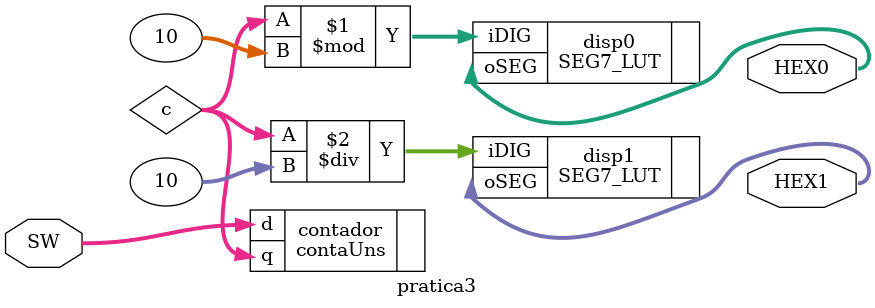
<source format=v>
module pratica3 (
	input wire [9:0] SW,
	output wire [6:0]HEX0,
	output wire [6:0]HEX1
);
	
	wire [3:0]c; 
	contaUns contador (.d(SW), .q(c));
	SEG7_LUT disp0 (.iDIG((c % 10)), .oSEG(HEX0));
	SEG7_LUT disp1 (.iDIG((c / 10)), .oSEG(HEX1));
	
	
endmodule
</source>
